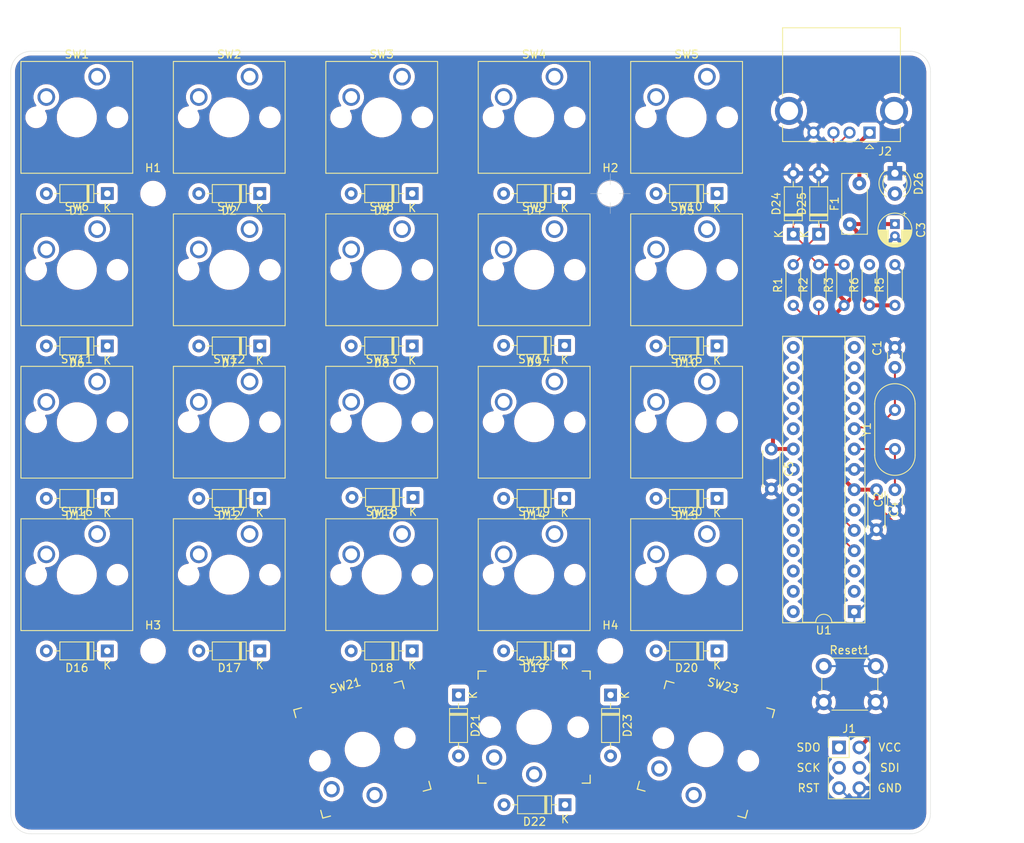
<source format=kicad_pcb>
(kicad_pcb (version 20171130) (host pcbnew "(5.1.6-0-10_14)")
  (title_block (title "Engineer Pad") (date 2020-08-30) (rev v0.3))
  (layers (0 F.Cu signal) (31 B.Cu signal) (34 B.Paste user) (35 F.Paste user) (36 B.SilkS user) (37 F.SilkS user) (38 B.Mask user) (39 F.Mask user) (44 Edge.Cuts user))
  (net 0 "")
  (net 1 GND)
  (net 2 +5V)
  (net 3 "Net-(D1-Pad2)")
  (net 4 "Net-(D4-Pad2)")
  (net 5 Row0)
  (net 6 "Net-(D5-Pad2)")
  (net 7 Row1)
  (net 8 "Net-(D6-Pad2)")
  (net 9 "Net-(D7-Pad2)")
  (net 10 "Net-(D8-Pad2)")
  (net 11 "Net-(D9-Pad2)")
  (net 12 "Net-(D10-Pad2)")
  (net 13 "Net-(D11-Pad2)")
  (net 14 "Net-(D12-Pad2)")
  (net 15 "Net-(D13-Pad2)")
  (net 16 "Net-(D14-Pad2)")
  (net 17 Row2)
  (net 18 "Net-(D15-Pad2)")
  (net 19 Row3)
  (net 20 "Net-(D16-Pad2)")
  (net 21 Row4)
  (net 22 "Net-(D17-Pad2)")
  (net 23 "Net-(D18-Pad2)")
  (net 24 "Net-(D19-Pad2)")
  (net 25 "Net-(D20-Pad2)")
  (net 26 "Net-(D21-Pad2)")
  (net 27 "Net-(D22-Pad2)")
  (net 28 "Net-(D23-Pad2)")
  (net 29 "Net-(D26-Pad2)")
  (net 30 Reset)
  (net 31 D+)
  (net 32 D-)
  (net 33 Col0)
  (net 34 Col1)
  (net 35 Col2)
  (net 36 Col3)
  (net 37 Col4)
  (net 38 "Net-(C1-Pad2)")
  (net 39 "Net-(C2-Pad2)")
  (net 40 "Net-(D2-Pad2)")
  (net 41 "Net-(D3-Pad2)")
  (net 42 "Net-(F1-Pad2)")
  (net 43 /DP)
  (net 44 /DN)
  (net 45 "Net-(U1-Pad28)")
  (net 46 "Net-(U1-Pad14)")
  (net 47 "Net-(U1-Pad13)")
  (net 48 "Net-(U1-Pad12)")
  (net 49 "Net-(U1-Pad11)")
  (net 50 "Net-(U1-Pad21)")
  (net 51 "Net-(U1-Pad6)")
  (net 52 "Net-(U1-Pad3)")
  (net 53 "Net-(U1-Pad2)")
  (module Button_Switch_Keyboard:SW_Cherry_MX_1.00u_PCB (layer F.Cu) (at 144.99 61.42)
    (fp_text reference SW4 (at -2.54 -2.794) (layer F.SilkS))
    (fp_text value SW_Push)
    (pad 1 thru_hole circle (at 0 0) (size 2.2 2.2) (drill 1.5) (layers *.Cu *.Mask) (net 36 Col3))
    (pad 2 thru_hole circle (at -6.35 2.54) (size 2.2 2.2) (drill 1.5) (layers *.Cu *.Mask) (net 4 "Net-(D4-Pad2)"))
    (pad "" np_thru_hole circle (at -2.54 5.08) (size 4 4) (drill 4) (layers *.Cu *.Mask))
    (pad "" np_thru_hole circle (at -7.62 5.08) (size 1.7 1.7) (drill 1.7) (layers *.Cu *.Mask))
    (pad "" np_thru_hole circle (at 2.54 5.08) (size 1.7 1.7) (drill 1.7) (layers *.Cu *.Mask))
  )
  (module Button_Switch_Keyboard:SW_Cherry_MX_1.00u_PCB (layer F.Cu) (at 87.84 61.42)
    (fp_text reference SW1 (at -2.54 -2.794) (layer F.SilkS))
    (fp_text value SW_Push)
    (pad "" np_thru_hole circle (at 2.54 5.08) (size 1.7 1.7) (drill 1.7) (layers *.Cu *.Mask))
    (pad "" np_thru_hole circle (at -7.62 5.08) (size 1.7 1.7) (drill 1.7) (layers *.Cu *.Mask))
    (pad "" np_thru_hole circle (at -2.54 5.08) (size 4 4) (drill 4) (layers *.Cu *.Mask))
    (pad 2 thru_hole circle (at -6.35 2.54) (size 2.2 2.2) (drill 1.5) (layers *.Cu *.Mask) (net 3 "Net-(D1-Pad2)"))
    (pad 1 thru_hole circle (at 0 0) (size 2.2 2.2) (drill 1.5) (layers *.Cu *.Mask) (net 33 Col0))
  )
  (module Button_Switch_Keyboard:SW_Cherry_MX_1.00u_PCB (layer F.Cu) (at 106.89 61.42)
    (fp_text reference SW2 (at -2.54 -2.794) (layer F.SilkS))
    (fp_text value SW_Push)
    (pad "" np_thru_hole circle (at 2.54 5.08) (size 1.7 1.7) (drill 1.7) (layers *.Cu *.Mask))
    (pad "" np_thru_hole circle (at -7.62 5.08) (size 1.7 1.7) (drill 1.7) (layers *.Cu *.Mask))
    (pad "" np_thru_hole circle (at -2.54 5.08) (size 4 4) (drill 4) (layers *.Cu *.Mask))
    (pad 2 thru_hole circle (at -6.35 2.54) (size 2.2 2.2) (drill 1.5) (layers *.Cu *.Mask) (net 40 "Net-(D2-Pad2)"))
    (pad 1 thru_hole circle (at 0 0) (size 2.2 2.2) (drill 1.5) (layers *.Cu *.Mask) (net 34 Col1))
  )
  (module Button_Switch_Keyboard:SW_Cherry_MX_1.00u_PCB (layer F.Cu) (at 125.94 61.42)
    (fp_text reference SW3 (at -2.54 -2.794) (layer F.SilkS))
    (fp_text value SW_Push)
    (pad "" np_thru_hole circle (at 2.54 5.08) (size 1.7 1.7) (drill 1.7) (layers *.Cu *.Mask))
    (pad "" np_thru_hole circle (at -7.62 5.08) (size 1.7 1.7) (drill 1.7) (layers *.Cu *.Mask))
    (pad "" np_thru_hole circle (at -2.54 5.08) (size 4 4) (drill 4) (layers *.Cu *.Mask))
    (pad 2 thru_hole circle (at -6.35 2.54) (size 2.2 2.2) (drill 1.5) (layers *.Cu *.Mask) (net 41 "Net-(D3-Pad2)"))
    (pad 1 thru_hole circle (at 0 0) (size 2.2 2.2) (drill 1.5) (layers *.Cu *.Mask) (net 35 Col2))
  )
  (module Button_Switch_Keyboard:SW_Cherry_MX_1.00u_PCB (layer F.Cu) (at 164.04 61.42)
    (fp_text reference SW5 (at -2.54 -2.794) (layer F.SilkS))
    (fp_text value SW_Push)
    (pad "" np_thru_hole circle (at 2.54 5.08) (size 1.7 1.7) (drill 1.7) (layers *.Cu *.Mask))
    (pad "" np_thru_hole circle (at -7.62 5.08) (size 1.7 1.7) (drill 1.7) (layers *.Cu *.Mask))
    (pad "" np_thru_hole circle (at -2.54 5.08) (size 4 4) (drill 4) (layers *.Cu *.Mask))
    (pad 2 thru_hole circle (at -6.35 2.54) (size 2.2 2.2) (drill 1.5) (layers *.Cu *.Mask) (net 6 "Net-(D5-Pad2)"))
    (pad 1 thru_hole circle (at 0 0) (size 2.2 2.2) (drill 1.5) (layers *.Cu *.Mask) (net 37 Col4))
  )
  (module Button_Switch_Keyboard:SW_Cherry_MX_1.00u_PCB (layer F.Cu) (at 87.84 80.47)
    (fp_text reference SW6 (at -2.54 -2.794) (layer F.SilkS))
    (fp_text value SW_Push)
    (pad "" np_thru_hole circle (at 2.54 5.08) (size 1.7 1.7) (drill 1.7) (layers *.Cu *.Mask))
    (pad "" np_thru_hole circle (at -7.62 5.08) (size 1.7 1.7) (drill 1.7) (layers *.Cu *.Mask))
    (pad "" np_thru_hole circle (at -2.54 5.08) (size 4 4) (drill 4) (layers *.Cu *.Mask))
    (pad 2 thru_hole circle (at -6.35 2.54) (size 2.2 2.2) (drill 1.5) (layers *.Cu *.Mask) (net 8 "Net-(D6-Pad2)"))
    (pad 1 thru_hole circle (at 0 0) (size 2.2 2.2) (drill 1.5) (layers *.Cu *.Mask) (net 33 Col0))
  )
  (module Button_Switch_Keyboard:SW_Cherry_MX_1.00u_PCB (layer F.Cu) (at 106.89 80.47)
    (fp_text reference SW7 (at -2.54 -2.794) (layer F.SilkS))
    (fp_text value SW_Push)
    (pad "" np_thru_hole circle (at 2.54 5.08) (size 1.7 1.7) (drill 1.7) (layers *.Cu *.Mask))
    (pad "" np_thru_hole circle (at -7.62 5.08) (size 1.7 1.7) (drill 1.7) (layers *.Cu *.Mask))
    (pad "" np_thru_hole circle (at -2.54 5.08) (size 4 4) (drill 4) (layers *.Cu *.Mask))
    (pad 2 thru_hole circle (at -6.35 2.54) (size 2.2 2.2) (drill 1.5) (layers *.Cu *.Mask) (net 9 "Net-(D7-Pad2)"))
    (pad 1 thru_hole circle (at 0 0) (size 2.2 2.2) (drill 1.5) (layers *.Cu *.Mask) (net 34 Col1))
  )
  (module Button_Switch_Keyboard:SW_Cherry_MX_1.00u_PCB (layer F.Cu) (at 125.94 80.47)
    (fp_text reference SW8 (at -2.54 -2.794) (layer F.SilkS))
    (fp_text value SW_Push)
    (pad "" np_thru_hole circle (at 2.54 5.08) (size 1.7 1.7) (drill 1.7) (layers *.Cu *.Mask))
    (pad "" np_thru_hole circle (at -7.62 5.08) (size 1.7 1.7) (drill 1.7) (layers *.Cu *.Mask))
    (pad "" np_thru_hole circle (at -2.54 5.08) (size 4 4) (drill 4) (layers *.Cu *.Mask))
    (pad 2 thru_hole circle (at -6.35 2.54) (size 2.2 2.2) (drill 1.5) (layers *.Cu *.Mask) (net 10 "Net-(D8-Pad2)"))
    (pad 1 thru_hole circle (at 0 0) (size 2.2 2.2) (drill 1.5) (layers *.Cu *.Mask) (net 35 Col2))
  )
  (module Button_Switch_Keyboard:SW_Cherry_MX_1.00u_PCB (layer F.Cu) (at 144.99 80.47)
    (fp_text reference SW9 (at -2.54 -2.794) (layer F.SilkS))
    (fp_text value SW_Push)
    (pad "" np_thru_hole circle (at 2.54 5.08) (size 1.7 1.7) (drill 1.7) (layers *.Cu *.Mask))
    (pad "" np_thru_hole circle (at -7.62 5.08) (size 1.7 1.7) (drill 1.7) (layers *.Cu *.Mask))
    (pad "" np_thru_hole circle (at -2.54 5.08) (size 4 4) (drill 4) (layers *.Cu *.Mask))
    (pad 2 thru_hole circle (at -6.35 2.54) (size 2.2 2.2) (drill 1.5) (layers *.Cu *.Mask) (net 11 "Net-(D9-Pad2)"))
    (pad 1 thru_hole circle (at 0 0) (size 2.2 2.2) (drill 1.5) (layers *.Cu *.Mask) (net 36 Col3))
  )
  (module Button_Switch_Keyboard:SW_Cherry_MX_1.00u_PCB (layer F.Cu) (at 164.04 80.47)
    (fp_text reference SW10 (at -2.54 -2.794) (layer F.SilkS))
    (fp_text value SW_Push)
    (pad "" np_thru_hole circle (at 2.54 5.08) (size 1.7 1.7) (drill 1.7) (layers *.Cu *.Mask))
    (pad "" np_thru_hole circle (at -7.62 5.08) (size 1.7 1.7) (drill 1.7) (layers *.Cu *.Mask))
    (pad "" np_thru_hole circle (at -2.54 5.08) (size 4 4) (drill 4) (layers *.Cu *.Mask))
    (pad 2 thru_hole circle (at -6.35 2.54) (size 2.2 2.2) (drill 1.5) (layers *.Cu *.Mask) (net 12 "Net-(D10-Pad2)"))
    (pad 1 thru_hole circle (at 0 0) (size 2.2 2.2) (drill 1.5) (layers *.Cu *.Mask) (net 37 Col4))
  )
  (module Button_Switch_Keyboard:SW_Cherry_MX_1.00u_PCB (layer F.Cu) (at 87.84 99.52)
    (fp_text reference SW11 (at -2.54 -2.794) (layer F.SilkS))
    (fp_text value SW_Push)
    (pad "" np_thru_hole circle (at 2.54 5.08) (size 1.7 1.7) (drill 1.7) (layers *.Cu *.Mask))
    (pad "" np_thru_hole circle (at -7.62 5.08) (size 1.7 1.7) (drill 1.7) (layers *.Cu *.Mask))
    (pad "" np_thru_hole circle (at -2.54 5.08) (size 4 4) (drill 4) (layers *.Cu *.Mask))
    (pad 2 thru_hole circle (at -6.35 2.54) (size 2.2 2.2) (drill 1.5) (layers *.Cu *.Mask) (net 13 "Net-(D11-Pad2)"))
    (pad 1 thru_hole circle (at 0 0) (size 2.2 2.2) (drill 1.5) (layers *.Cu *.Mask) (net 33 Col0))
  )
  (module Button_Switch_Keyboard:SW_Cherry_MX_1.00u_PCB (layer F.Cu) (at 106.89 99.52)
    (fp_text reference SW12 (at -2.54 -2.794) (layer F.SilkS))
    (fp_text value SW_Push)
    (pad "" np_thru_hole circle (at 2.54 5.08) (size 1.7 1.7) (drill 1.7) (layers *.Cu *.Mask))
    (pad "" np_thru_hole circle (at -7.62 5.08) (size 1.7 1.7) (drill 1.7) (layers *.Cu *.Mask))
    (pad "" np_thru_hole circle (at -2.54 5.08) (size 4 4) (drill 4) (layers *.Cu *.Mask))
    (pad 2 thru_hole circle (at -6.35 2.54) (size 2.2 2.2) (drill 1.5) (layers *.Cu *.Mask) (net 14 "Net-(D12-Pad2)"))
    (pad 1 thru_hole circle (at 0 0) (size 2.2 2.2) (drill 1.5) (layers *.Cu *.Mask) (net 34 Col1))
  )
  (module Button_Switch_Keyboard:SW_Cherry_MX_1.00u_PCB (layer F.Cu) (at 125.94 99.52)
    (fp_text reference SW13 (at -2.54 -2.794) (layer F.SilkS))
    (fp_text value SW_Push)
    (pad "" np_thru_hole circle (at 2.54 5.08) (size 1.7 1.7) (drill 1.7) (layers *.Cu *.Mask))
    (pad "" np_thru_hole circle (at -7.62 5.08) (size 1.7 1.7) (drill 1.7) (layers *.Cu *.Mask))
    (pad "" np_thru_hole circle (at -2.54 5.08) (size 4 4) (drill 4) (layers *.Cu *.Mask))
    (pad 2 thru_hole circle (at -6.35 2.54) (size 2.2 2.2) (drill 1.5) (layers *.Cu *.Mask) (net 15 "Net-(D13-Pad2)"))
    (pad 1 thru_hole circle (at 0 0) (size 2.2 2.2) (drill 1.5) (layers *.Cu *.Mask) (net 35 Col2))
  )
  (module Button_Switch_Keyboard:SW_Cherry_MX_1.00u_PCB (layer F.Cu) (at 144.99 99.52)
    (fp_text reference SW14 (at -2.54 -2.794) (layer F.SilkS))
    (fp_text value SW_Push)
    (pad "" np_thru_hole circle (at 2.54 5.08) (size 1.7 1.7) (drill 1.7) (layers *.Cu *.Mask))
    (pad "" np_thru_hole circle (at -7.62 5.08) (size 1.7 1.7) (drill 1.7) (layers *.Cu *.Mask))
    (pad "" np_thru_hole circle (at -2.54 5.08) (size 4 4) (drill 4) (layers *.Cu *.Mask))
    (pad 2 thru_hole circle (at -6.35 2.54) (size 2.2 2.2) (drill 1.5) (layers *.Cu *.Mask) (net 16 "Net-(D14-Pad2)"))
    (pad 1 thru_hole circle (at 0 0) (size 2.2 2.2) (drill 1.5) (layers *.Cu *.Mask) (net 36 Col3))
  )
  (module Button_Switch_Keyboard:SW_Cherry_MX_1.00u_PCB (layer F.Cu) (at 164.04 99.52)
    (fp_text reference SW15 (at -2.54 -2.794) (layer F.SilkS))
    (fp_text value SW_Push)
    (pad "" np_thru_hole circle (at 2.54 5.08) (size 1.7 1.7) (drill 1.7) (layers *.Cu *.Mask))
    (pad "" np_thru_hole circle (at -7.62 5.08) (size 1.7 1.7) (drill 1.7) (layers *.Cu *.Mask))
    (pad "" np_thru_hole circle (at -2.54 5.08) (size 4 4) (drill 4) (layers *.Cu *.Mask))
    (pad 2 thru_hole circle (at -6.35 2.54) (size 2.2 2.2) (drill 1.5) (layers *.Cu *.Mask) (net 18 "Net-(D15-Pad2)"))
    (pad 1 thru_hole circle (at 0 0) (size 2.2 2.2) (drill 1.5) (layers *.Cu *.Mask) (net 37 Col4))
  )
  (module Button_Switch_Keyboard:SW_Cherry_MX_1.00u_PCB (layer F.Cu) (at 87.84 118.57)
    (fp_text reference SW16 (at -2.54 -2.794) (layer F.SilkS))
    (fp_text value SW_Push)
    (pad "" np_thru_hole circle (at 2.54 5.08) (size 1.7 1.7) (drill 1.7) (layers *.Cu *.Mask))
    (pad "" np_thru_hole circle (at -7.62 5.08) (size 1.7 1.7) (drill 1.7) (layers *.Cu *.Mask))
    (pad "" np_thru_hole circle (at -2.54 5.08) (size 4 4) (drill 4) (layers *.Cu *.Mask))
    (pad 2 thru_hole circle (at -6.35 2.54) (size 2.2 2.2) (drill 1.5) (layers *.Cu *.Mask) (net 20 "Net-(D16-Pad2)"))
    (pad 1 thru_hole circle (at 0 0) (size 2.2 2.2) (drill 1.5) (layers *.Cu *.Mask) (net 33 Col0))
  )
  (module Button_Switch_Keyboard:SW_Cherry_MX_1.00u_PCB (layer F.Cu) (at 106.89 118.57)
    (fp_text reference SW17 (at -2.54 -2.794) (layer F.SilkS))
    (fp_text value SW_Push)
    (pad "" np_thru_hole circle (at 2.54 5.08) (size 1.7 1.7) (drill 1.7) (layers *.Cu *.Mask))
    (pad "" np_thru_hole circle (at -7.62 5.08) (size 1.7 1.7) (drill 1.7) (layers *.Cu *.Mask))
    (pad "" np_thru_hole circle (at -2.54 5.08) (size 4 4) (drill 4) (layers *.Cu *.Mask))
    (pad 2 thru_hole circle (at -6.35 2.54) (size 2.2 2.2) (drill 1.5) (layers *.Cu *.Mask) (net 22 "Net-(D17-Pad2)"))
    (pad 1 thru_hole circle (at 0 0) (size 2.2 2.2) (drill 1.5) (layers *.Cu *.Mask) (net 34 Col1))
  )
  (module Button_Switch_Keyboard:SW_Cherry_MX_1.00u_PCB (layer F.Cu) (at 125.94 118.57)
    (fp_text reference SW18 (at -2.54 -2.794) (layer F.SilkS))
    (fp_text value SW_Push)
    (pad "" np_thru_hole circle (at 2.54 5.08) (size 1.7 1.7) (drill 1.7) (layers *.Cu *.Mask))
    (pad "" np_thru_hole circle (at -7.62 5.08) (size 1.7 1.7) (drill 1.7) (layers *.Cu *.Mask))
    (pad "" np_thru_hole circle (at -2.54 5.08) (size 4 4) (drill 4) (layers *.Cu *.Mask))
    (pad 2 thru_hole circle (at -6.35 2.54) (size 2.2 2.2) (drill 1.5) (layers *.Cu *.Mask) (net 23 "Net-(D18-Pad2)"))
    (pad 1 thru_hole circle (at 0 0) (size 2.2 2.2) (drill 1.5) (layers *.Cu *.Mask) (net 35 Col2))
  )
  (module Button_Switch_Keyboard:SW_Cherry_MX_1.00u_PCB (layer F.Cu) (at 144.99 118.57)
    (fp_text reference SW19 (at -2.54 -2.794) (layer F.SilkS))
    (fp_text value SW_Push)
    (pad "" np_thru_hole circle (at 2.54 5.08) (size 1.7 1.7) (drill 1.7) (layers *.Cu *.Mask))
    (pad "" np_thru_hole circle (at -7.62 5.08) (size 1.7 1.7) (drill 1.7) (layers *.Cu *.Mask))
    (pad "" np_thru_hole circle (at -2.54 5.08) (size 4 4) (drill 4) (layers *.Cu *.Mask))
    (pad 2 thru_hole circle (at -6.35 2.54) (size 2.2 2.2) (drill 1.5) (layers *.Cu *.Mask) (net 24 "Net-(D19-Pad2)"))
    (pad 1 thru_hole circle (at 0 0) (size 2.2 2.2) (drill 1.5) (layers *.Cu *.Mask) (net 36 Col3))
  )
  (module Button_Switch_Keyboard:SW_Cherry_MX_1.00u_PCB (layer F.Cu) (at 164.04 118.57)
    (fp_text reference SW20 (at -2.54 -2.794) (layer F.SilkS))
    (fp_text value SW_Push)
    (pad "" np_thru_hole circle (at 2.54 5.08) (size 1.7 1.7) (drill 1.7) (layers *.Cu *.Mask))
    (pad "" np_thru_hole circle (at -7.62 5.08) (size 1.7 1.7) (drill 1.7) (layers *.Cu *.Mask))
    (pad "" np_thru_hole circle (at -2.54 5.08) (size 4 4) (drill 4) (layers *.Cu *.Mask))
    (pad 2 thru_hole circle (at -6.35 2.54) (size 2.2 2.2) (drill 1.5) (layers *.Cu *.Mask) (net 25 "Net-(D20-Pad2)"))
    (pad 1 thru_hole circle (at 0 0) (size 2.2 2.2) (drill 1.5) (layers *.Cu *.Mask) (net 37 Col4))
  )
  (module MountingHole:MountingHole_2.2mm_M2 (layer F.Cu) (at 151.975 133.175)
    (fp_text reference H4 (at 0 -3.2) (layer F.SilkS))
    (fp_text value MountingHole)
    (pad 1 np_thru_hole circle (at 0 0) (size 2.2 2.2) (drill 2.2) (layers *.Cu *.Mask))
  )
  (module MountingHole:MountingHole_2.2mm_M2 (layer F.Cu) (at 94.825 133.175)
    (fp_text reference H3 (at 0 -3.2) (layer F.SilkS))
    (fp_text value MountingHole)
    (pad 1 np_thru_hole circle (at 0 0) (size 2.2 2.2) (drill 2.2) (layers *.Cu *.Mask))
  )
  (module MountingHole:MountingHole_2.2mm_M2 (layer F.Cu) (at 151.975 76.025)
    (fp_text reference H2 (at 0 -3.2) (layer F.SilkS))
    (fp_text value MountingHole)
    (pad 1 np_thru_hole circle (at 0 0) (size 2.2 2.2) (drill 2.2) (layers *.Cu *.Mask))
  )
  (module MountingHole:MountingHole_2.2mm_M2 (layer F.Cu) (at 94.825 76.025)
    (fp_text reference H1 (at 0 -3.2) (layer F.SilkS))
    (fp_text value MountingHole)
    (pad 1 np_thru_hole circle (at 0 0) (size 2.2 2.2) (drill 2.2) (layers *.Cu *.Mask))
  )
  (module JSA:SW_PG1350 (layer F.Cu) (at 163.913 145.494 345)
    (fp_text reference SW23 (at 0 -8.255 165) (layer F.SilkS))
    (fp_text value SW_Push)
    (pad "" np_thru_hole circle (at 0 0 345) (size 3.429 3.429) (drill 3.429) (layers *.Cu *.Mask))
    (pad 2 thru_hole circle (at -5 3.8 345) (size 2.032 2.032) (drill 1.27) (layers *.Cu *.Mask) (net 28 "Net-(D23-Pad2)"))
    (pad 1 thru_hole circle (at 0 5.9 345) (size 2.032 2.032) (drill 1.27) (layers *.Cu *.Mask) (net 37 Col4))
    (pad "" np_thru_hole circle (at 5.5 0 345) (size 1.7018 1.7018) (drill 1.7018) (layers *.Cu *.Mask))
    (pad "" np_thru_hole circle (at -5.5 0 345) (size 1.7018 1.7018) (drill 1.7018) (layers *.Cu *.Mask))
  )
  (module JSA:SW_PG1350 (layer F.Cu) (at 142.45 142.7)
    (fp_text reference SW22 (at 0 -8.255) (layer F.SilkS))
    (fp_text value SW_Push)
    (pad "" np_thru_hole circle (at 0 0) (size 3.429 3.429) (drill 3.429) (layers *.Cu *.Mask))
    (pad 2 thru_hole circle (at -5 3.8) (size 2.032 2.032) (drill 1.27) (layers *.Cu *.Mask) (net 27 "Net-(D22-Pad2)"))
    (pad 1 thru_hole circle (at 0 5.9) (size 2.032 2.032) (drill 1.27) (layers *.Cu *.Mask) (net 36 Col3))
    (pad "" np_thru_hole circle (at 5.5 0) (size 1.7018 1.7018) (drill 1.7018) (layers *.Cu *.Mask))
    (pad "" np_thru_hole circle (at -5.5 0) (size 1.7018 1.7018) (drill 1.7018) (layers *.Cu *.Mask))
  )
  (module JSA:SW_PG1350 (layer F.Cu) (at 120.987 145.494 15)
    (fp_text reference SW21 (at 0 -8.255 15) (layer F.SilkS))
    (fp_text value SW_Push)
    (pad "" np_thru_hole circle (at 0 0 15) (size 3.429 3.429) (drill 3.429) (layers *.Cu *.Mask))
    (pad 2 thru_hole circle (at -5 3.8 15) (size 2.032 2.032) (drill 1.27) (layers *.Cu *.Mask) (net 26 "Net-(D21-Pad2)"))
    (pad 1 thru_hole circle (at 0 5.9 15) (size 2.032 2.032) (drill 1.27) (layers *.Cu *.Mask) (net 35 Col2))
    (pad "" np_thru_hole circle (at 5.5 0 15) (size 1.7018 1.7018) (drill 1.7018) (layers *.Cu *.Mask))
    (pad "" np_thru_hole circle (at -5.5 0 15) (size 1.7018 1.7018) (drill 1.7018) (layers *.Cu *.Mask))
  )
  (module JSA:AVRISP (layer F.Cu) (at 180.55 145.24)
    (fp_text reference J1 (at 1.27 -2.33) (layer F.SilkS))
    (fp_text value "AVR ISP")
    (fp_text user SDO (at -3.81 0) (layer F.SilkS))
    (fp_text user SCK (at -3.81 2.54) (layer F.SilkS))
    (fp_text user RST (at -3.81 5.08) (layer F.SilkS))
    (fp_text user VCC (at 6.35 0) (layer F.SilkS))
    (fp_text user SDI (at 6.35 2.54) (layer F.SilkS))
    (fp_text user GND (at 6.35 5.08) (layer F.SilkS))
    (pad 1 thru_hole rect (at 0 0) (size 1.7 1.7) (drill 1) (layers *.Cu *.Mask) (net 34 Col1))
    (pad 2 thru_hole oval (at 2.54 0) (size 1.7 1.7) (drill 1) (layers *.Cu *.Mask) (net 2 +5V))
    (pad 3 thru_hole oval (at 0 2.54) (size 1.7 1.7) (drill 1) (layers *.Cu *.Mask) (net 33 Col0))
    (pad 4 thru_hole oval (at 2.54 2.54) (size 1.7 1.7) (drill 1) (layers *.Cu *.Mask) (net 35 Col2))
    (pad 5 thru_hole oval (at 0 5.08) (size 1.7 1.7) (drill 1) (layers *.Cu *.Mask) (net 30 Reset))
    (pad 6 thru_hole oval (at 2.54 5.08) (size 1.7 1.7) (drill 1) (layers *.Cu *.Mask) (net 1 GND))
  )
  (module Resistor_THT:R_Axial_DIN0204_L3.6mm_D1.6mm_P5.08mm_Horizontal (layer F.Cu) (at 181.185 89.995 90)
    (fp_text reference R3 (at 2.54 -1.92 90) (layer F.SilkS))
    (fp_text value 1.5k)
    (pad 2 thru_hole oval (at 5.08 0 90) (size 1.4 1.4) (drill 0.7) (layers *.Cu *.Mask) (net 44 /DN))
    (pad 1 thru_hole circle (at 0 0 90) (size 1.4 1.4) (drill 0.7) (layers *.Cu *.Mask) (net 2 +5V))
  )
  (module Package_DIP:DIP-28_W7.62mm_Socket (layer F.Cu) (at 182.455 128.27 180)
    (fp_text reference U1 (at 3.81 -2.33) (layer F.SilkS))
    (fp_text value ATmega328P-PU)
    (pad 28 thru_hole oval (at 7.62 0 180) (size 1.6 1.6) (drill 0.8) (layers *.Cu *.Mask) (net 45 "Net-(U1-Pad28)"))
    (pad 14 thru_hole oval (at 0 33.02 180) (size 1.6 1.6) (drill 0.8) (layers *.Cu *.Mask) (net 46 "Net-(U1-Pad14)"))
    (pad 27 thru_hole oval (at 7.62 2.54 180) (size 1.6 1.6) (drill 0.8) (layers *.Cu *.Mask) (net 21 Row4))
    (pad 13 thru_hole oval (at 0 30.48 180) (size 1.6 1.6) (drill 0.8) (layers *.Cu *.Mask) (net 47 "Net-(U1-Pad13)"))
    (pad 26 thru_hole oval (at 7.62 5.08 180) (size 1.6 1.6) (drill 0.8) (layers *.Cu *.Mask) (net 19 Row3))
    (pad 12 thru_hole oval (at 0 27.94 180) (size 1.6 1.6) (drill 0.8) (layers *.Cu *.Mask) (net 48 "Net-(U1-Pad12)"))
    (pad 25 thru_hole oval (at 7.62 7.62 180) (size 1.6 1.6) (drill 0.8) (layers *.Cu *.Mask) (net 17 Row2))
    (pad 11 thru_hole oval (at 0 25.4 180) (size 1.6 1.6) (drill 0.8) (layers *.Cu *.Mask) (net 49 "Net-(U1-Pad11)"))
    (pad 24 thru_hole oval (at 7.62 10.16 180) (size 1.6 1.6) (drill 0.8) (layers *.Cu *.Mask) (net 7 Row1))
    (pad 10 thru_hole oval (at 0 22.86 180) (size 1.6 1.6) (drill 0.8) (layers *.Cu *.Mask) (net 38 "Net-(C1-Pad2)"))
    (pad 23 thru_hole oval (at 7.62 12.7 180) (size 1.6 1.6) (drill 0.8) (layers *.Cu *.Mask) (net 5 Row0))
    (pad 9 thru_hole oval (at 0 20.32 180) (size 1.6 1.6) (drill 0.8) (layers *.Cu *.Mask) (net 39 "Net-(C2-Pad2)"))
    (pad 22 thru_hole oval (at 7.62 15.24 180) (size 1.6 1.6) (drill 0.8) (layers *.Cu *.Mask) (net 1 GND))
    (pad 8 thru_hole oval (at 0 17.78 180) (size 1.6 1.6) (drill 0.8) (layers *.Cu *.Mask) (net 1 GND))
    (pad 21 thru_hole oval (at 7.62 17.78 180) (size 1.6 1.6) (drill 0.8) (layers *.Cu *.Mask) (net 50 "Net-(U1-Pad21)"))
    (pad 7 thru_hole oval (at 0 15.24 180) (size 1.6 1.6) (drill 0.8) (layers *.Cu *.Mask) (net 2 +5V))
    (pad 20 thru_hole oval (at 7.62 20.32 180) (size 1.6 1.6) (drill 0.8) (layers *.Cu *.Mask) (net 2 +5V))
    (pad 6 thru_hole oval (at 0 12.7 180) (size 1.6 1.6) (drill 0.8) (layers *.Cu *.Mask) (net 51 "Net-(U1-Pad6)"))
    (pad 19 thru_hole oval (at 7.62 22.86 180) (size 1.6 1.6) (drill 0.8) (layers *.Cu *.Mask) (net 33 Col0))
    (pad 5 thru_hole oval (at 0 10.16 180) (size 1.6 1.6) (drill 0.8) (layers *.Cu *.Mask) (net 32 D-))
    (pad 18 thru_hole oval (at 7.62 25.4 180) (size 1.6 1.6) (drill 0.8) (layers *.Cu *.Mask) (net 34 Col1))
    (pad 4 thru_hole oval (at 0 7.62 180) (size 1.6 1.6) (drill 0.8) (layers *.Cu *.Mask) (net 31 D+))
    (pad 17 thru_hole oval (at 7.62 27.94 180) (size 1.6 1.6) (drill 0.8) (layers *.Cu *.Mask) (net 35 Col2))
    (pad 3 thru_hole oval (at 0 5.08 180) (size 1.6 1.6) (drill 0.8) (layers *.Cu *.Mask) (net 52 "Net-(U1-Pad3)"))
    (pad 16 thru_hole oval (at 7.62 30.48 180) (size 1.6 1.6) (drill 0.8) (layers *.Cu *.Mask) (net 36 Col3))
    (pad 2 thru_hole oval (at 0 2.54 180) (size 1.6 1.6) (drill 0.8) (layers *.Cu *.Mask) (net 53 "Net-(U1-Pad2)"))
    (pad 15 thru_hole oval (at 7.62 33.02 180) (size 1.6 1.6) (drill 0.8) (layers *.Cu *.Mask) (net 37 Col4))
    (pad 1 thru_hole rect (at 0 0 180) (size 1.6 1.6) (drill 0.8) (layers *.Cu *.Mask) (net 30 Reset))
  )
  (module Resistor_THT:R_Axial_DIN0204_L3.6mm_D1.6mm_P5.08mm_Horizontal (layer F.Cu) (at 178.01 89.995 90)
    (fp_text reference R2 (at 2.54 -1.92 90) (layer F.SilkS))
    (fp_text value 75)
    (pad 2 thru_hole oval (at 5.08 0 90) (size 1.4 1.4) (drill 0.7) (layers *.Cu *.Mask) (net 44 /DN))
    (pad 1 thru_hole circle (at 0 0 90) (size 1.4 1.4) (drill 0.7) (layers *.Cu *.Mask) (net 32 D-))
  )
  (module Resistor_THT:R_Axial_DIN0204_L3.6mm_D1.6mm_P5.08mm_Horizontal (layer F.Cu) (at 174.835 89.995 90)
    (fp_text reference R1 (at 2.54 -1.92 90) (layer F.SilkS))
    (fp_text value 75)
    (pad 2 thru_hole oval (at 5.08 0 90) (size 1.4 1.4) (drill 0.7) (layers *.Cu *.Mask) (net 43 /DP))
    (pad 1 thru_hole circle (at 0 0 90) (size 1.4 1.4) (drill 0.7) (layers *.Cu *.Mask) (net 31 D+))
  )
  (module Fuse:Fuse_Bourns_MF-RHT050 (layer F.Cu) (at 181.89 79.855 90)
    (fp_text reference F1 (at 2.55 -1.9 90) (layer F.SilkS))
    (fp_text value 100mA)
    (pad 2 thru_hole circle (at 5.1 1.2 90) (size 1.71 1.71) (drill 0.71) (layers *.Cu *.Mask) (net 42 "Net-(F1-Pad2)"))
    (pad 1 thru_hole circle (at 0 0 90) (size 1.71 1.71) (drill 0.71) (layers *.Cu *.Mask) (net 2 +5V))
  )
  (module Connector_USB:USB_A_CONNFLY_DS1095-WNR0 (layer F.Cu) (at 184.36 68.405 180)
    (fp_text reference J2 (at -1.95 -2.35) (layer F.SilkS))
    (fp_text value USB_A)
    (pad 4 thru_hole circle (at 7 0 180) (size 1.524 1.524) (drill 0.92) (layers *.Cu *.Mask) (net 1 GND))
    (pad 3 thru_hole circle (at 4.5 0 180) (size 1.524 1.524) (drill 0.92) (layers *.Cu *.Mask) (net 43 /DP))
    (pad 2 thru_hole circle (at 2.5 0 180) (size 1.524 1.524) (drill 0.92) (layers *.Cu *.Mask) (net 44 /DN))
    (pad 1 thru_hole rect (at 0 0 180) (size 1.524 1.524) (drill 0.92) (layers *.Cu *.Mask) (net 42 "Net-(F1-Pad2)"))
    (pad 5 thru_hole circle (at -3.07 2.71 180) (size 3.5 3.5) (drill 2.3) (layers *.Cu *.Mask) (net 1 GND))
    (pad 5 thru_hole circle (at 10.07 2.71 180) (size 3.5 3.5) (drill 2.3) (layers *.Cu *.Mask) (net 1 GND))
  )
  (module LED_THT:LED_D3.0mm (layer F.Cu) (at 187.535 73.485 270)
    (fp_text reference D26 (at 1.27 -2.96 90) (layer F.SilkS))
    (fp_text value LED)
    (pad 2 thru_hole circle (at 2.54 0 270) (size 1.8 1.8) (drill 0.9) (layers *.Cu *.Mask) (net 29 "Net-(D26-Pad2)"))
    (pad 1 thru_hole rect (at 0 0 270) (size 1.8 1.8) (drill 0.9) (layers *.Cu *.Mask) (net 1 GND))
  )
  (module Crystal:Crystal_HC49-4H_Vertical (layer F.Cu) (at 187.535 107.95 90)
    (fp_text reference Y1 (at 2.44 -3.525 90) (layer F.SilkS))
    (fp_text value 16MHz)
    (pad 2 thru_hole circle (at 4.88 0 90) (size 1.5 1.5) (drill 0.8) (layers *.Cu *.Mask) (net 38 "Net-(C1-Pad2)"))
    (pad 1 thru_hole circle (at 0 0 90) (size 1.5 1.5) (drill 0.8) (layers *.Cu *.Mask) (net 39 "Net-(C2-Pad2)"))
  )
  (module Button_Switch_THT:SW_PUSH_6mm (layer F.Cu) (at 178.645 135.08)
    (fp_text reference Reset1 (at 3.25 -2) (layer F.SilkS))
    (fp_text value Reset)
    (pad 1 thru_hole circle (at 6.5 0 90) (size 2 2) (drill 1.1) (layers *.Cu *.Mask) (net 30 Reset))
    (pad 2 thru_hole circle (at 6.5 4.5 90) (size 2 2) (drill 1.1) (layers *.Cu *.Mask) (net 1 GND))
    (pad 1 thru_hole circle (at 0 0 90) (size 2 2) (drill 1.1) (layers *.Cu *.Mask) (net 30 Reset))
    (pad 2 thru_hole circle (at 0 4.5 90) (size 2 2) (drill 1.1) (layers *.Cu *.Mask) (net 1 GND))
  )
  (module Resistor_THT:R_Axial_DIN0204_L3.6mm_D1.6mm_P5.08mm_Horizontal (layer F.Cu) (at 184.36 89.995 90)
    (fp_text reference R6 (at 2.54 -1.92 90) (layer F.SilkS))
    (fp_text value 1.5K)
    (pad 2 thru_hole oval (at 5.08 0 90) (size 1.4 1.4) (drill 0.7) (layers *.Cu *.Mask) (net 29 "Net-(D26-Pad2)"))
    (pad 1 thru_hole circle (at 0 0 90) (size 1.4 1.4) (drill 0.7) (layers *.Cu *.Mask) (net 2 +5V))
  )
  (module Resistor_THT:R_Axial_DIN0204_L3.6mm_D1.6mm_P5.08mm_Horizontal (layer F.Cu) (at 187.535 89.995 90)
    (fp_text reference R5 (at 2.54 -1.92 90) (layer F.SilkS))
    (fp_text value 10k)
    (pad 2 thru_hole oval (at 5.08 0 90) (size 1.4 1.4) (drill 0.7) (layers *.Cu *.Mask) (net 30 Reset))
    (pad 1 thru_hole circle (at 0 0 90) (size 1.4 1.4) (drill 0.7) (layers *.Cu *.Mask) (net 2 +5V))
  )
  (module Diode_THT:D_DO-35_SOD27_P7.62mm_Horizontal (layer F.Cu) (at 178.01 81.105 90)
    (fp_text reference D25 (at 3.81 -2.12 90) (layer F.SilkS))
    (fp_text value 3.6V)
    (fp_text user K (at 0 -1.8 90) (layer F.SilkS))
    (pad 2 thru_hole oval (at 7.62 0 90) (size 1.6 1.6) (drill 0.8) (layers *.Cu *.Mask) (net 1 GND))
    (pad 1 thru_hole rect (at 0 0 90) (size 1.6 1.6) (drill 0.8) (layers *.Cu *.Mask) (net 44 /DN))
  )
  (module Diode_THT:D_DO-35_SOD27_P7.62mm_Horizontal (layer F.Cu) (at 174.835 81.105 90)
    (fp_text reference D24 (at 3.81 -2.12 90) (layer F.SilkS))
    (fp_text value 3.6V)
    (fp_text user K (at 0 -1.8 90) (layer F.SilkS))
    (pad 2 thru_hole oval (at 7.62 0 90) (size 1.6 1.6) (drill 0.8) (layers *.Cu *.Mask) (net 1 GND))
    (pad 1 thru_hole rect (at 0 0 90) (size 1.6 1.6) (drill 0.8) (layers *.Cu *.Mask) (net 43 /DP))
  )
  (module Diode_THT:D_DO-35_SOD27_P7.62mm_Horizontal (layer F.Cu) (at 152 138.69 270)
    (fp_text reference D23 (at 3.81 -2.12 90) (layer F.SilkS))
    (fp_text value D)
    (fp_text user K (at 0 -1.8 90) (layer F.SilkS))
    (pad 2 thru_hole oval (at 7.62 0 270) (size 1.6 1.6) (drill 0.8) (layers *.Cu *.Mask) (net 28 "Net-(D23-Pad2)"))
    (pad 1 thru_hole rect (at 0 0 270) (size 1.6 1.6) (drill 0.8) (layers *.Cu *.Mask) (net 21 Row4))
  )
  (module Diode_THT:D_DO-35_SOD27_P7.62mm_Horizontal (layer F.Cu) (at 146.31 152.4 180)
    (fp_text reference D22 (at 3.81 -2.12) (layer F.SilkS))
    (fp_text value D)
    (fp_text user K (at 0 -1.8) (layer F.SilkS))
    (pad 2 thru_hole oval (at 7.62 0 180) (size 1.6 1.6) (drill 0.8) (layers *.Cu *.Mask) (net 27 "Net-(D22-Pad2)"))
    (pad 1 thru_hole rect (at 0 0 180) (size 1.6 1.6) (drill 0.8) (layers *.Cu *.Mask) (net 21 Row4))
  )
  (module Diode_THT:D_DO-35_SOD27_P7.62mm_Horizontal (layer F.Cu) (at 133 138.69 270)
    (fp_text reference D21 (at 3.81 -2.12 90) (layer F.SilkS))
    (fp_text value D)
    (fp_text user K (at 0 -1.8 90) (layer F.SilkS))
    (pad 2 thru_hole oval (at 7.62 0 270) (size 1.6 1.6) (drill 0.8) (layers *.Cu *.Mask) (net 26 "Net-(D21-Pad2)"))
    (pad 1 thru_hole rect (at 0 0 270) (size 1.6 1.6) (drill 0.8) (layers *.Cu *.Mask) (net 21 Row4))
  )
  (module Diode_THT:D_DO-35_SOD27_P7.62mm_Horizontal (layer F.Cu) (at 165.31 133.175 180)
    (fp_text reference D20 (at 3.81 -2.12) (layer F.SilkS))
    (fp_text value D)
    (fp_text user K (at 0 -1.8) (layer F.SilkS))
    (pad 2 thru_hole oval (at 7.62 0 180) (size 1.6 1.6) (drill 0.8) (layers *.Cu *.Mask) (net 25 "Net-(D20-Pad2)"))
    (pad 1 thru_hole rect (at 0 0 180) (size 1.6 1.6) (drill 0.8) (layers *.Cu *.Mask) (net 19 Row3))
  )
  (module Diode_THT:D_DO-35_SOD27_P7.62mm_Horizontal (layer F.Cu) (at 146.26 133.175 180)
    (fp_text reference D19 (at 3.81 -2.12) (layer F.SilkS))
    (fp_text value D)
    (fp_text user K (at 0 -1.8) (layer F.SilkS))
    (pad 2 thru_hole oval (at 7.62 0 180) (size 1.6 1.6) (drill 0.8) (layers *.Cu *.Mask) (net 24 "Net-(D19-Pad2)"))
    (pad 1 thru_hole rect (at 0 0 180) (size 1.6 1.6) (drill 0.8) (layers *.Cu *.Mask) (net 19 Row3))
  )
  (module Diode_THT:D_DO-35_SOD27_P7.62mm_Horizontal (layer F.Cu) (at 127.21 133.175 180)
    (fp_text reference D18 (at 3.81 -2.12) (layer F.SilkS))
    (fp_text value D)
    (fp_text user K (at 0 -1.8) (layer F.SilkS))
    (pad 2 thru_hole oval (at 7.62 0 180) (size 1.6 1.6) (drill 0.8) (layers *.Cu *.Mask) (net 23 "Net-(D18-Pad2)"))
    (pad 1 thru_hole rect (at 0 0 180) (size 1.6 1.6) (drill 0.8) (layers *.Cu *.Mask) (net 19 Row3))
  )
  (module Diode_THT:D_DO-35_SOD27_P7.62mm_Horizontal (layer F.Cu) (at 108.16 133.175 180)
    (fp_text reference D17 (at 3.81 -2.12) (layer F.SilkS))
    (fp_text value D)
    (fp_text user K (at 0 -1.8) (layer F.SilkS))
    (pad 2 thru_hole oval (at 7.62 0 180) (size 1.6 1.6) (drill 0.8) (layers *.Cu *.Mask) (net 22 "Net-(D17-Pad2)"))
    (pad 1 thru_hole rect (at 0 0 180) (size 1.6 1.6) (drill 0.8) (layers *.Cu *.Mask) (net 19 Row3))
  )
  (module Diode_THT:D_DO-35_SOD27_P7.62mm_Horizontal (layer F.Cu) (at 89.11 133.175 180)
    (fp_text reference D16 (at 3.81 -2.12) (layer F.SilkS))
    (fp_text value D)
    (fp_text user K (at 0 -1.8) (layer F.SilkS))
    (pad 2 thru_hole oval (at 7.62 0 180) (size 1.6 1.6) (drill 0.8) (layers *.Cu *.Mask) (net 20 "Net-(D16-Pad2)"))
    (pad 1 thru_hole rect (at 0 0 180) (size 1.6 1.6) (drill 0.8) (layers *.Cu *.Mask) (net 19 Row3))
  )
  (module Diode_THT:D_DO-35_SOD27_P7.62mm_Horizontal (layer F.Cu) (at 165.31 114.125 180)
    (fp_text reference D15 (at 3.81 -2.12) (layer F.SilkS))
    (fp_text value D)
    (fp_text user K (at 0 -1.8) (layer F.SilkS))
    (pad 2 thru_hole oval (at 7.62 0 180) (size 1.6 1.6) (drill 0.8) (layers *.Cu *.Mask) (net 18 "Net-(D15-Pad2)"))
    (pad 1 thru_hole rect (at 0 0 180) (size 1.6 1.6) (drill 0.8) (layers *.Cu *.Mask) (net 17 Row2))
  )
  (module Diode_THT:D_DO-35_SOD27_P7.62mm_Horizontal (layer F.Cu) (at 146.26 114.125 180)
    (fp_text reference D14 (at 3.81 -2.12) (layer F.SilkS))
    (fp_text value D)
    (fp_text user K (at 0 -1.8) (layer F.SilkS))
    (pad 2 thru_hole oval (at 7.62 0 180) (size 1.6 1.6) (drill 0.8) (layers *.Cu *.Mask) (net 16 "Net-(D14-Pad2)"))
    (pad 1 thru_hole rect (at 0 0 180) (size 1.6 1.6) (drill 0.8) (layers *.Cu *.Mask) (net 17 Row2))
  )
  (module Diode_THT:D_DO-35_SOD27_P7.62mm_Horizontal (layer F.Cu) (at 127.31 114 180)
    (fp_text reference D13 (at 3.81 -2.12) (layer F.SilkS))
    (fp_text value D)
    (fp_text user K (at 0 -1.8) (layer F.SilkS))
    (pad 2 thru_hole oval (at 7.62 0 180) (size 1.6 1.6) (drill 0.8) (layers *.Cu *.Mask) (net 15 "Net-(D13-Pad2)"))
    (pad 1 thru_hole rect (at 0 0 180) (size 1.6 1.6) (drill 0.8) (layers *.Cu *.Mask) (net 17 Row2))
  )
  (module Diode_THT:D_DO-35_SOD27_P7.62mm_Horizontal (layer F.Cu) (at 108.16 114.125 180)
    (fp_text reference D12 (at 3.81 -2.12) (layer F.SilkS))
    (fp_text value D)
    (fp_text user K (at 0 -1.8) (layer F.SilkS))
    (pad 2 thru_hole oval (at 7.62 0 180) (size 1.6 1.6) (drill 0.8) (layers *.Cu *.Mask) (net 14 "Net-(D12-Pad2)"))
    (pad 1 thru_hole rect (at 0 0 180) (size 1.6 1.6) (drill 0.8) (layers *.Cu *.Mask) (net 17 Row2))
  )
  (module Diode_THT:D_DO-35_SOD27_P7.62mm_Horizontal (layer F.Cu) (at 89.11 114.125 180)
    (fp_text reference D11 (at 3.81 -2.12) (layer F.SilkS))
    (fp_text value D)
    (fp_text user K (at 0 -1.8) (layer F.SilkS))
    (pad 2 thru_hole oval (at 7.62 0 180) (size 1.6 1.6) (drill 0.8) (layers *.Cu *.Mask) (net 13 "Net-(D11-Pad2)"))
    (pad 1 thru_hole rect (at 0 0 180) (size 1.6 1.6) (drill 0.8) (layers *.Cu *.Mask) (net 17 Row2))
  )
  (module Diode_THT:D_DO-35_SOD27_P7.62mm_Horizontal (layer F.Cu) (at 165.31 95.075 180)
    (fp_text reference D10 (at 3.81 -2.12) (layer F.SilkS))
    (fp_text value D)
    (fp_text user K (at 0 -1.8) (layer F.SilkS))
    (pad 2 thru_hole oval (at 7.62 0 180) (size 1.6 1.6) (drill 0.8) (layers *.Cu *.Mask) (net 12 "Net-(D10-Pad2)"))
    (pad 1 thru_hole rect (at 0 0 180) (size 1.6 1.6) (drill 0.8) (layers *.Cu *.Mask) (net 7 Row1))
  )
  (module Diode_THT:D_DO-35_SOD27_P7.62mm_Horizontal (layer F.Cu) (at 146.26 95 180)
    (fp_text reference D9 (at 3.81 -2.12) (layer F.SilkS))
    (fp_text value D)
    (fp_text user K (at 0 -1.8) (layer F.SilkS))
    (pad 2 thru_hole oval (at 7.62 0 180) (size 1.6 1.6) (drill 0.8) (layers *.Cu *.Mask) (net 11 "Net-(D9-Pad2)"))
    (pad 1 thru_hole rect (at 0 0 180) (size 1.6 1.6) (drill 0.8) (layers *.Cu *.Mask) (net 7 Row1))
  )
  (module Diode_THT:D_DO-35_SOD27_P7.62mm_Horizontal (layer F.Cu) (at 127.21 95.075 180)
    (fp_text reference D8 (at 3.81 -2.12) (layer F.SilkS))
    (fp_text value D)
    (fp_text user K (at 0 -1.8) (layer F.SilkS))
    (pad 2 thru_hole oval (at 7.62 0 180) (size 1.6 1.6) (drill 0.8) (layers *.Cu *.Mask) (net 10 "Net-(D8-Pad2)"))
    (pad 1 thru_hole rect (at 0 0 180) (size 1.6 1.6) (drill 0.8) (layers *.Cu *.Mask) (net 7 Row1))
  )
  (module Diode_THT:D_DO-35_SOD27_P7.62mm_Horizontal (layer F.Cu) (at 108.16 95.075 180)
    (fp_text reference D7 (at 3.81 -2.12) (layer F.SilkS))
    (fp_text value D)
    (fp_text user K (at 0 -1.8) (layer F.SilkS))
    (pad 2 thru_hole oval (at 7.62 0 180) (size 1.6 1.6) (drill 0.8) (layers *.Cu *.Mask) (net 9 "Net-(D7-Pad2)"))
    (pad 1 thru_hole rect (at 0 0 180) (size 1.6 1.6) (drill 0.8) (layers *.Cu *.Mask) (net 7 Row1))
  )
  (module Diode_THT:D_DO-35_SOD27_P7.62mm_Horizontal (layer F.Cu) (at 89.11 95.075 180)
    (fp_text reference D6 (at 3.81 -2.12) (layer F.SilkS))
    (fp_text value D)
    (fp_text user K (at 0 -1.8) (layer F.SilkS))
    (pad 2 thru_hole oval (at 7.62 0 180) (size 1.6 1.6) (drill 0.8) (layers *.Cu *.Mask) (net 8 "Net-(D6-Pad2)"))
    (pad 1 thru_hole rect (at 0 0 180) (size 1.6 1.6) (drill 0.8) (layers *.Cu *.Mask) (net 7 Row1))
  )
  (module Diode_THT:D_DO-35_SOD27_P7.62mm_Horizontal (layer F.Cu) (at 165.31 76.025 180)
    (fp_text reference D5 (at 3.81 -2.12) (layer F.SilkS))
    (fp_text value D)
    (fp_text user K (at 0 -1.8) (layer F.SilkS))
    (pad 2 thru_hole oval (at 7.62 0 180) (size 1.6 1.6) (drill 0.8) (layers *.Cu *.Mask) (net 6 "Net-(D5-Pad2)"))
    (pad 1 thru_hole rect (at 0 0 180) (size 1.6 1.6) (drill 0.8) (layers *.Cu *.Mask) (net 5 Row0))
  )
  (module Diode_THT:D_DO-35_SOD27_P7.62mm_Horizontal (layer F.Cu) (at 146.26 76.025 180)
    (fp_text reference D4 (at 3.81 -2.12) (layer F.SilkS))
    (fp_text value D)
    (fp_text user K (at 0 -1.8) (layer F.SilkS))
    (pad 2 thru_hole oval (at 7.62 0 180) (size 1.6 1.6) (drill 0.8) (layers *.Cu *.Mask) (net 4 "Net-(D4-Pad2)"))
    (pad 1 thru_hole rect (at 0 0 180) (size 1.6 1.6) (drill 0.8) (layers *.Cu *.Mask) (net 5 Row0))
  )
  (module Diode_THT:D_DO-35_SOD27_P7.62mm_Horizontal (layer F.Cu) (at 127.21 76.025 180)
    (fp_text reference D3 (at 3.81 -2.12) (layer F.SilkS))
    (fp_text value D)
    (fp_text user K (at 0 -1.8) (layer F.SilkS))
    (pad 2 thru_hole oval (at 7.62 0 180) (size 1.6 1.6) (drill 0.8) (layers *.Cu *.Mask) (net 41 "Net-(D3-Pad2)"))
    (pad 1 thru_hole rect (at 0 0 180) (size 1.6 1.6) (drill 0.8) (layers *.Cu *.Mask) (net 5 Row0))
  )
  (module Diode_THT:D_DO-35_SOD27_P7.62mm_Horizontal (layer F.Cu) (at 108.16 76.025 180)
    (fp_text reference D2 (at 3.81 -2.12) (layer F.SilkS))
    (fp_text value D)
    (fp_text user K (at 0 -1.8) (layer F.SilkS))
    (pad 2 thru_hole oval (at 7.62 0 180) (size 1.6 1.6) (drill 0.8) (layers *.Cu *.Mask) (net 40 "Net-(D2-Pad2)"))
    (pad 1 thru_hole rect (at 0 0 180) (size 1.6 1.6) (drill 0.8) (layers *.Cu *.Mask) (net 5 Row0))
  )
  (module Diode_THT:D_DO-35_SOD27_P7.62mm_Horizontal (layer F.Cu) (at 89.11 76.025 180)
    (fp_text reference D1 (at 3.81 -2.12) (layer F.SilkS))
    (fp_text value D)
    (fp_text user K (at 0 -1.8) (layer F.SilkS))
    (pad 2 thru_hole oval (at 7.62 0 180) (size 1.6 1.6) (drill 0.8) (layers *.Cu *.Mask) (net 3 "Net-(D1-Pad2)"))
    (pad 1 thru_hole rect (at 0 0 180) (size 1.6 1.6) (drill 0.8) (layers *.Cu *.Mask) (net 5 Row0))
  )
  (module Capacitor_THT:C_Disc_D4.3mm_W1.9mm_P5.00mm (layer F.Cu) (at 172.092 107.95 270)
    (fp_text reference C5 (at 2.5 -2.2 90) (layer F.SilkS))
    (fp_text value 0.1u)
    (pad 2 thru_hole circle (at 5 0 270) (size 1.6 1.6) (drill 0.8) (layers *.Cu *.Mask) (net 1 GND))
    (pad 1 thru_hole circle (at 0 0 270) (size 1.6 1.6) (drill 0.8) (layers *.Cu *.Mask) (net 2 +5V))
  )
  (module Capacitor_THT:C_Disc_D4.3mm_W1.9mm_P5.00mm (layer F.Cu) (at 185.224 113.037 270)
    (fp_text reference C4 (at 2.5 -2.2 90) (layer F.SilkS))
    (fp_text value 0.1u)
    (pad 2 thru_hole circle (at 5 0 270) (size 1.6 1.6) (drill 0.8) (layers *.Cu *.Mask) (net 1 GND))
    (pad 1 thru_hole circle (at 0 0 270) (size 1.6 1.6) (drill 0.8) (layers *.Cu *.Mask) (net 2 +5V))
  )
  (module Capacitor_THT:CP_Radial_D4.0mm_P1.50mm (layer F.Cu) (at 187.535 79.835 270)
    (fp_text reference C3 (at 0.75 -3.25 90) (layer F.SilkS))
    (fp_text value 4.7u)
    (pad 2 thru_hole circle (at 1.5 0 270) (size 1.2 1.2) (drill 0.6) (layers *.Cu *.Mask) (net 1 GND))
    (pad 1 thru_hole rect (at 0 0 270) (size 1.2 1.2) (drill 0.6) (layers *.Cu *.Mask) (net 2 +5V))
  )
  (module Capacitor_THT:C_Disc_D3.0mm_W1.6mm_P2.50mm (layer F.Cu) (at 187.535 115.53 90)
    (fp_text reference C2 (at 1.25 -2.05 90) (layer F.SilkS))
    (fp_text value 22pf)
    (pad 2 thru_hole circle (at 2.5 0 90) (size 1.6 1.6) (drill 0.8) (layers *.Cu *.Mask) (net 39 "Net-(C2-Pad2)"))
    (pad 1 thru_hole circle (at 0 0 90) (size 1.6 1.6) (drill 0.8) (layers *.Cu *.Mask) (net 1 GND))
  )
  (module Capacitor_THT:C_Disc_D3.0mm_W1.6mm_P2.50mm (layer F.Cu) (at 187.535 95.25 270)
    (fp_text reference C1 (at 0.082 2.215 90) (layer F.SilkS))
    (fp_text value 22pf)
    (pad 2 thru_hole circle (at 2.5 0 270) (size 1.6 1.6) (drill 0.8) (layers *.Cu *.Mask) (net 38 "Net-(C1-Pad2)"))
    (pad 1 thru_hole circle (at 0 0 270) (size 1.6 1.6) (drill 0.8) (layers *.Cu *.Mask) (net 1 GND))
  )
  (target plus (at 151.975 76.025) (size 5) (width 0.05) (layer Edge.Cuts))
  (gr_arc (start 189.44 60.785) (end 191.98 60.785) (angle -90) (layer Edge.Cuts) (width 0.05))
  (gr_arc (start 79.585 60.785) (end 79.585 58.245) (angle -90) (layer Edge.Cuts) (width 0.05))
  (gr_arc (start 79.585 153.495) (end 77.045 153.495) (angle -90) (layer Edge.Cuts) (width 0.05))
  (gr_arc (start 189.44 153.495) (end 189.44 156.035) (angle -90) (layer Edge.Cuts) (width 0.05))
  (gr_line (start 189.44 156.035) (end 79.585 156.035) (layer Edge.Cuts) (width 0.05))
  (gr_line (start 77.045 60.785) (end 77.045 153.495) (layer Edge.Cuts) (width 0.05))
  (gr_line (start 189.44 58.245) (end 79.585 58.245) (layer Edge.Cuts) (width 0.05))
  (gr_line (start 191.98 153.495) (end 191.98 60.785) (layer Edge.Cuts) (width 0.05))
  (segment (start 181.185 89.995) (end 179.915 91.265) (width 0.5) (layer F.Cu) (net 2))
  (segment (start 179.915 91.265) (end 179.915 110.49) (width 0.5) (layer F.Cu) (net 2))
  (segment (start 179.915 110.49) (end 182.455 113.03) (width 0.5) (layer F.Cu) (net 2))
  (segment (start 181.185 89.995) (end 181.185 89.36) (width 0.5) (layer F.Cu) (net 2))
  (segment (start 179.28 87.455) (end 174.2 87.455) (width 0.5) (layer F.Cu) (net 2))
  (segment (start 174.2 87.455) (end 172.295 89.36) (width 0.5) (layer F.Cu) (net 2))
  (segment (start 181.185 89.36) (end 179.28 87.455) (width 0.5) (layer F.Cu) (net 2))
  (segment (start 172.295 89.36) (end 172.295 107.747) (width 0.5) (layer F.Cu) (net 2))
  (segment (start 172.295 107.747) (end 172.092 107.95) (width 0.5) (layer F.Cu) (net 2))
  (segment (start 172.092 107.95) (end 174.835 107.95) (width 0.5) (layer F.Cu) (net 2))
  (segment (start 182.455 113.03) (end 185.217 113.03) (width 0.5) (layer F.Cu) (net 2))
  (segment (start 185.217 113.03) (end 185.224 113.037) (width 0.5) (layer F.Cu) (net 2))
  (segment (start 184.36 89.995) (end 187.535 89.995) (width 0.5) (layer F.Cu) (net 2))
  (segment (start 182.744999 88.435001) (end 182.800001 88.435001) (width 0.5) (layer F.Cu) (net 2))
  (segment (start 182.800001 88.435001) (end 184.36 89.995) (width 0.5) (layer F.Cu) (net 2))
  (segment (start 181.89 79.855) (end 182.744999 80.709999) (width 0.5) (layer F.Cu) (net 2))
  (segment (start 182.744999 80.709999) (end 182.744999 88.435001) (width 0.5) (layer F.Cu) (net 2))
  (segment (start 182.744999 88.435001) (end 181.185 89.995) (width 0.5) (layer F.Cu) (net 2))
  (segment (start 181.84 79.855) (end 181.86 79.835) (width 0.5) (layer F.Cu) (net 2))
  (segment (start 181.86 79.835) (end 187.535 79.835) (width 0.5) (layer F.Cu) (net 2))
  (segment (start 181.89 79.855) (end 181.84 79.855) (width 0.5) (layer F.Cu) (net 2))
  (segment (start 183.09 145.24) (end 183.09 145.875) (width 0.5) (layer B.Cu) (net 2))
  (segment (start 185.224 115.069002) (end 185.224 113.037) (width 0.5) (layer F.Cu) (net 2))
  (segment (start 187.535 117.380002) (end 185.224 115.069002) (width 0.5) (layer F.Cu) (net 2))
  (segment (start 187.535 140.795) (end 187.535 117.380002) (width 0.5) (layer F.Cu) (net 2))
  (segment (start 183.09 145.24) (end 187.535 140.795) (width 0.5) (layer F.Cu) (net 2))
  (segment (start 187.535 84.915) (end 190.71 88.09) (width 0.25) (layer B.Cu) (net 30))
  (segment (start 190.71 120.475) (end 182.915 128.27) (width 0.25) (layer B.Cu) (net 30))
  (segment (start 182.915 128.27) (end 182.455 128.27) (width 0.25) (layer B.Cu) (net 30))
  (segment (start 190.71 88.09) (end 190.71 120.475) (width 0.25) (layer B.Cu) (net 30))
  (segment (start 182.455 132.39) (end 185.145 135.08) (width 0.25) (layer B.Cu) (net 30))
  (segment (start 182.455 128.27) (end 182.455 132.39) (width 0.25) (layer B.Cu) (net 30))
  (segment (start 185.145 135.08) (end 178.645 135.08) (width 0.25) (layer B.Cu) (net 30))
  (segment (start 183.654001 151.495001) (end 181.725001 151.495001) (width 0.25) (layer B.Cu) (net 30))
  (segment (start 186.9 148.249002) (end 183.654001 151.495001) (width 0.25) (layer B.Cu) (net 30))
  (segment (start 181.725001 151.495001) (end 180.55 150.32) (width 0.25) (layer B.Cu) (net 30))
  (segment (start 186.9 136.835) (end 186.9 148.249002) (width 0.25) (layer B.Cu) (net 30))
  (segment (start 185.145 135.08) (end 186.9 136.835) (width 0.25) (layer B.Cu) (net 30))
  (segment (start 174.835 89.995) (end 177.609989 92.769989) (width 0.2) (layer F.Cu) (net 31))
  (segment (start 177.609989 115.804989) (end 181.655001 119.850001) (width 0.2) (layer F.Cu) (net 31))
  (segment (start 181.655001 119.850001) (end 182.455 120.65) (width 0.2) (layer F.Cu) (net 31))
  (segment (start 177.609989 92.769989) (end 177.609989 115.804989) (width 0.2) (layer F.Cu) (net 31))
  (segment (start 178.01 89.995) (end 178.01 113.665) (width 0.2) (layer F.Cu) (net 32))
  (segment (start 178.01 113.665) (end 182.455 118.11) (width 0.2) (layer F.Cu) (net 32))
  (segment (start 187.535 103.07) (end 185.37 105.235) (width 0.25) (layer F.Cu) (net 38))
  (segment (start 185.37 105.235) (end 182.63 105.235) (width 0.25) (layer F.Cu) (net 38))
  (segment (start 182.63 105.235) (end 182.455 105.41) (width 0.25) (layer F.Cu) (net 38))
  (segment (start 187.535 98.25) (end 187.535 103.07) (width 0.25) (layer F.Cu) (net 38))
  (segment (start 187.535 97.75) (end 187.535 98.25) (width 0.25) (layer F.Cu) (net 38))
  (segment (start 187.535 107.95) (end 187.535 113.03) (width 0.25) (layer F.Cu) (net 39))
  (segment (start 182.455 107.95) (end 187.535 107.95) (width 0.25) (layer F.Cu) (net 39))
  (segment (start 183.09 74.755) (end 183.09 69.675) (width 0.5) (layer F.Cu) (net 42))
  (segment (start 183.09 69.675) (end 184.36 68.405) (width 0.5) (layer F.Cu) (net 42))
  (segment (start 174.835 79.904999) (end 174.835 81.105) (width 0.2) (layer F.Cu) (net 43))
  (segment (start 179.86 74.879999) (end 174.835 79.904999) (width 0.2) (layer F.Cu) (net 43))
  (segment (start 179.86 68.405) (end 179.86 74.879999) (width 0.2) (layer F.Cu) (net 43))
  (segment (start 174.835 81.105) (end 176.1975 82.4675) (width 0.2) (layer F.Cu) (net 43))
  (segment (start 176.1975 83.5525) (end 174.835 84.915) (width 0.2) (layer F.Cu) (net 43))
  (segment (start 176.1975 82.4675) (end 176.1975 83.5525) (width 0.2) (layer F.Cu) (net 43))
  (segment (start 178.01 84.915) (end 181.185 84.915) (width 0.25) (layer F.Cu) (net 44))
  (segment (start 181.86 68.405) (end 180.296 69.969) (width 0.2) (layer F.Cu) (net 44))
  (segment (start 180.296 69.969) (end 180.296 75.136) (width 0.2) (layer F.Cu) (net 44))
  (segment (start 178.264 80.851) (end 178.01 81.105) (width 0.2) (layer F.Cu) (net 44))
  (segment (start 180.296 75.136) (end 178.264 77.168) (width 0.2) (layer F.Cu) (net 44))
  (segment (start 178.264 77.168) (end 178.264 80.851) (width 0.2) (layer F.Cu) (net 44))
  (segment (start 176.6475 83.5525) (end 178.01 84.915) (width 0.2) (layer F.Cu) (net 44))
  (segment (start 178.01 81.105) (end 176.6475 82.4675) (width 0.2) (layer F.Cu) (net 44))
  (segment (start 176.6475 82.4675) (end 176.6475 83.5525) (width 0.2) (layer F.Cu) (net 44))
  (zone (net 1) (net_name GND) (layer B.Cu) (connect_pads (clearance 0.508)) (min_thickness 0.254) (fill yes (arc_segments 32) (thermal_gap 0.508) (thermal_bridge_width 0.508))
    (polygon (pts (xy 191.98 156.035) (xy 77.045 156.035) (xy 77.045 58.245) (xy 191.98 58.245)))
  )
  (zone (net 1) (net_name GND) (layer F.Cu) (connect_pads (clearance 0.508)) (min_thickness 0.254) (fill yes (arc_segments 32) (thermal_gap 0.508) (thermal_bridge_width 0.508))
    (polygon (pts (xy 191.904698 156.035) (xy 76.969698 156.035) (xy 76.969698 58.245) (xy 191.904698 58.245)))
  )
)
</source>
